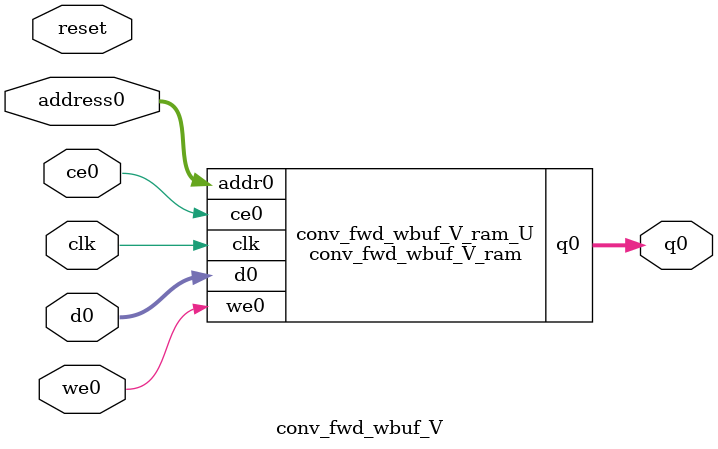
<source format=v>
`timescale 1 ns / 1 ps
module conv_fwd_wbuf_V_ram (addr0, ce0, d0, we0, q0,  clk);

parameter DWIDTH = 16;
parameter AWIDTH = 12;
parameter MEM_SIZE = 2500;

input[AWIDTH-1:0] addr0;
input ce0;
input[DWIDTH-1:0] d0;
input we0;
output reg[DWIDTH-1:0] q0;
input clk;

reg [DWIDTH-1:0] ram[0:MEM_SIZE-1];




always @(posedge clk)  
begin 
    if (ce0) begin
        if (we0) 
            ram[addr0] <= d0; 
        q0 <= ram[addr0];
    end
end


endmodule

`timescale 1 ns / 1 ps
module conv_fwd_wbuf_V(
    reset,
    clk,
    address0,
    ce0,
    we0,
    d0,
    q0);

parameter DataWidth = 32'd16;
parameter AddressRange = 32'd2500;
parameter AddressWidth = 32'd12;
input reset;
input clk;
input[AddressWidth - 1:0] address0;
input ce0;
input we0;
input[DataWidth - 1:0] d0;
output[DataWidth - 1:0] q0;



conv_fwd_wbuf_V_ram conv_fwd_wbuf_V_ram_U(
    .clk( clk ),
    .addr0( address0 ),
    .ce0( ce0 ),
    .we0( we0 ),
    .d0( d0 ),
    .q0( q0 ));

endmodule


</source>
